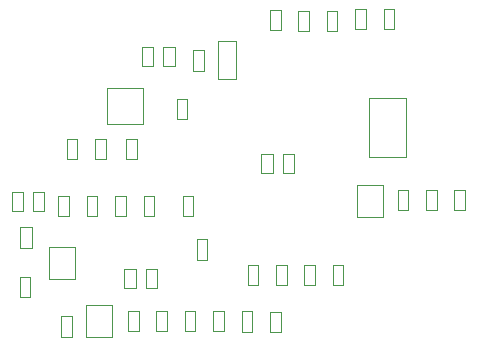
<source format=gbr>
%TF.GenerationSoftware,Altium Limited,Altium Designer,21.9.1 (22)*%
G04 Layer_Color=16711935*
%FSLAX45Y45*%
%MOMM*%
%TF.SameCoordinates,430BEF64-33ED-46D9-BD69-C1E45A4CD6A6*%
%TF.FilePolarity,Positive*%
%TF.FileFunction,Other,Mechanical_13*%
%TF.Part,Single*%
G01*
G75*
%TA.AperFunction,NonConductor*%
%ADD74C,0.10000*%
D74*
X1267500Y502500D02*
Y667500D01*
X1172500Y502500D02*
Y667500D01*
X1267500D01*
X1172500Y502500D02*
X1267500D01*
X992074Y667500D02*
X1087074D01*
X992074Y502500D02*
X1087074D01*
Y667500D01*
X992074Y502500D02*
Y667500D01*
X315798Y1152500D02*
Y1317500D01*
X220798Y1152500D02*
Y1317500D01*
X315798D01*
X220798Y1152500D02*
X315798D01*
X3060000Y1610000D02*
Y2110000D01*
X3380000Y1610000D02*
Y2110000D01*
X3060000Y1610000D02*
X3380000D01*
X3060000Y2110000D02*
X3380000D01*
X2332500Y1477500D02*
Y1642500D01*
X2427500Y1477500D02*
Y1642500D01*
X2332500Y1477500D02*
X2427500D01*
X2332500Y1642500D02*
X2427500D01*
X2247075Y1477500D02*
Y1642500D01*
X2152075Y1477500D02*
Y1642500D01*
X2247075D01*
X2152075Y1477500D02*
X2247075D01*
X1785000Y2275000D02*
X1935000D01*
X1785000D02*
Y2595000D01*
X1935000Y2275000D02*
Y2595000D01*
X1785000D02*
X1935000D01*
X847500Y1895525D02*
Y2200525D01*
X1152500Y1895525D02*
Y2200525D01*
X847500D02*
X1152500D01*
X847500Y1895525D02*
X1152500D01*
X1417500Y2382574D02*
Y2547575D01*
X1322500Y2382574D02*
Y2547575D01*
X1417500D01*
X1322500Y2382574D02*
X1417500D01*
X1237075D02*
Y2547575D01*
X1142075Y2382574D02*
Y2547575D01*
X1237075D01*
X1142075Y2382574D02*
X1237075D01*
X3180000Y1105000D02*
Y1375000D01*
X2960000Y1105000D02*
Y1375000D01*
X3180000D01*
X2960000Y1105000D02*
X3180000D01*
X670000Y87500D02*
Y357500D01*
X890000Y87500D02*
Y357500D01*
X670000Y87500D02*
X890000D01*
X670000Y357500D02*
X890000D01*
X350000Y852500D02*
X570000D01*
X350000Y582500D02*
X570000D01*
Y852500D01*
X350000Y582500D02*
Y852500D01*
X40373Y1152500D02*
X135373D01*
X40373Y1317500D02*
X135373D01*
X40373Y1152500D02*
Y1317500D01*
X135373Y1152500D02*
Y1317500D01*
X835425Y1595000D02*
Y1765000D01*
X745425Y1595000D02*
Y1765000D01*
X835425D01*
X745425Y1595000D02*
X835425D01*
X595000D02*
Y1765000D01*
X505000Y1595000D02*
Y1765000D01*
X595000D01*
X505000Y1595000D02*
X595000D01*
X1005000D02*
Y1765000D01*
X1095000Y1595000D02*
Y1765000D01*
X1005000Y1595000D02*
X1095000D01*
X1005000Y1765000D02*
X1095000D01*
X2516702Y525000D02*
X2606702D01*
X2516702Y695000D02*
X2606702D01*
X2516702Y525000D02*
Y695000D01*
X2606702Y525000D02*
Y695000D01*
X1605000Y745000D02*
X1695000D01*
X1605000Y915000D02*
X1695000D01*
X1605000Y745000D02*
Y915000D01*
X1695000Y745000D02*
Y915000D01*
X2464998Y2852816D02*
X2554998D01*
X2464998Y2682816D02*
X2554998D01*
Y2852816D01*
X2464998Y2682816D02*
Y2852816D01*
X2224573Y2685000D02*
Y2855000D01*
X2314572Y2685000D02*
Y2855000D01*
X2224573Y2685000D02*
X2314572D01*
X2224573Y2855000D02*
X2314572D01*
X2705424Y2852816D02*
X2795423D01*
X2705424Y2682816D02*
X2795423D01*
Y2852816D01*
X2705424Y2682816D02*
Y2852816D01*
X1575000Y2345000D02*
Y2515000D01*
X1665000Y2345000D02*
Y2515000D01*
X1575000Y2345000D02*
X1665000D01*
X1575000Y2515000D02*
X1665000D01*
X3395000Y1165000D02*
Y1335000D01*
X3305000Y1165000D02*
Y1335000D01*
X3395000D01*
X3305000Y1165000D02*
X3395000D01*
X3875851D02*
Y1335000D01*
X3785851Y1165000D02*
Y1335000D01*
X3875851D01*
X3785851Y1165000D02*
X3875851D01*
X3635425D02*
Y1335000D01*
X3545425Y1165000D02*
Y1335000D01*
X3635425D01*
X3545425Y1165000D02*
X3635425D01*
X1485000Y1115425D02*
X1575000D01*
X1485000Y1285425D02*
X1575000D01*
X1485000Y1115425D02*
Y1285425D01*
X1575000Y1115425D02*
Y1285425D01*
X914574Y1112500D02*
X1004574D01*
X914574Y1282500D02*
X1004574D01*
X914574Y1112500D02*
Y1282500D01*
X1004574Y1112500D02*
Y1282500D01*
X1245000Y1112500D02*
Y1282500D01*
X1155000Y1112500D02*
Y1282500D01*
X1245000D01*
X1155000Y1112500D02*
X1245000D01*
X674149D02*
X764149D01*
X674149Y1282500D02*
X764149D01*
X674149Y1112500D02*
Y1282500D01*
X764149Y1112500D02*
Y1282500D01*
X433724Y1112925D02*
X523723D01*
X433724Y1282925D02*
X523723D01*
X433724Y1112925D02*
Y1282925D01*
X523723Y1112925D02*
Y1282925D01*
X106000Y1020500D02*
X214000D01*
X106000Y839500D02*
X214000D01*
X106000D02*
Y1020500D01*
X214000Y839500D02*
Y1020500D01*
X1503724Y137500D02*
X1593724D01*
X1503724Y307500D02*
X1593724D01*
X1503724Y137500D02*
Y307500D01*
X1593724Y137500D02*
Y307500D01*
X2945849Y2696549D02*
Y2866549D01*
X3035849Y2696549D02*
Y2866549D01*
X2945849Y2696549D02*
X3035849D01*
X2945849Y2866549D02*
X3035849D01*
X3276275Y2696549D02*
Y2866549D01*
X3186275Y2696549D02*
Y2866549D01*
X3276275D01*
X3186275Y2696549D02*
X3276275D01*
X195000Y427500D02*
Y597500D01*
X105000Y427500D02*
Y597500D01*
X195000D01*
X105000Y427500D02*
X195000D01*
X2125851Y525000D02*
Y695000D01*
X2035851Y525000D02*
Y695000D01*
X2125851D01*
X2035851Y525000D02*
X2125851D01*
X2847127D02*
Y695000D01*
X2757127Y525000D02*
Y695000D01*
X2847127D01*
X2757127Y525000D02*
X2847127D01*
X2366276D02*
Y695000D01*
X2276276Y525000D02*
Y695000D01*
X2366276D01*
X2276276Y525000D02*
X2366276D01*
X455000Y92500D02*
Y262500D01*
X545000Y92500D02*
Y262500D01*
X455000Y92500D02*
X545000D01*
X455000Y262500D02*
X545000D01*
X1353298Y142500D02*
Y312500D01*
X1263298Y142500D02*
Y312500D01*
X1353298D01*
X1263298Y142500D02*
X1353298D01*
X1112873D02*
Y312500D01*
X1022873Y142500D02*
Y312500D01*
X1112873D01*
X1022873Y142500D02*
X1112873D01*
X2315000Y132500D02*
Y302500D01*
X2225000Y132500D02*
Y302500D01*
X2315000D01*
X2225000Y132500D02*
X2315000D01*
X1834149Y137500D02*
Y307500D01*
X1744149Y137500D02*
Y307500D01*
X1834149D01*
X1744149Y137500D02*
X1834149D01*
X2074574Y135000D02*
Y305000D01*
X1984575Y135000D02*
Y305000D01*
X2074574D01*
X1984575Y135000D02*
X2074574D01*
X1525000Y1935000D02*
Y2105000D01*
X1435000Y1935000D02*
Y2105000D01*
X1525000D01*
X1435000Y1935000D02*
X1525000D01*
%TF.MD5,fef9ceca90c27677ada1f670b70963dc*%
M02*

</source>
